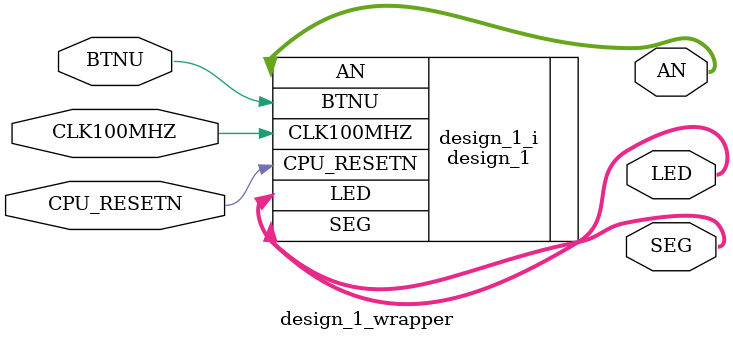
<source format=v>
`timescale 1 ps / 1 ps

module design_1_wrapper
   (AN,
    BTNU,
    CLK100MHZ,
    CPU_RESETN,
    LED,
    SEG);
  output [7:0]AN;
  input BTNU;
  input CLK100MHZ;
  input CPU_RESETN;
  output [15:0]LED;
  output [7:0]SEG;

  wire [7:0]AN;
  wire BTNU;
  wire CLK100MHZ;
  wire CPU_RESETN;
  wire [15:0]LED;
  wire [7:0]SEG;

  design_1 design_1_i
       (.AN(AN),
        .BTNU(BTNU),
        .CLK100MHZ(CLK100MHZ),
        .CPU_RESETN(CPU_RESETN),
        .LED(LED),
        .SEG(SEG));
endmodule

</source>
